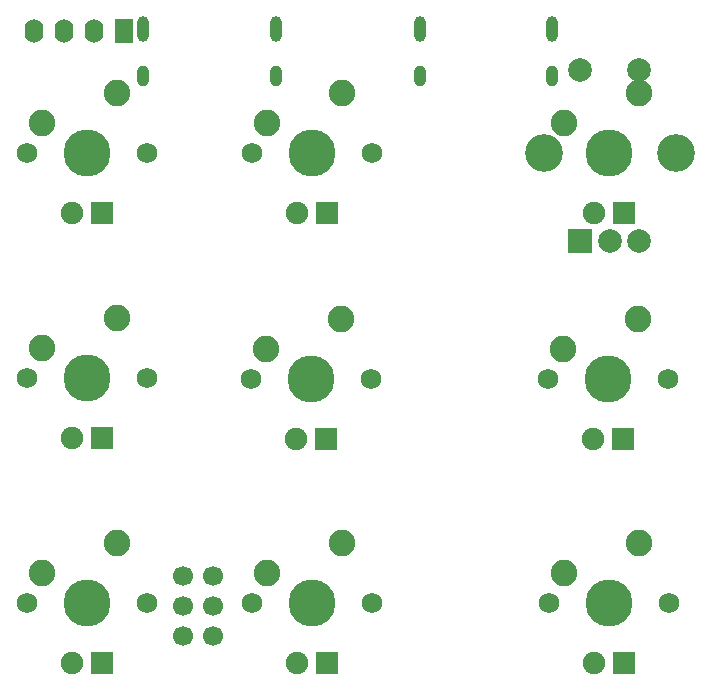
<source format=gbr>
%TF.GenerationSoftware,KiCad,Pcbnew,(5.99.0-10540-g55c1d814f9)*%
%TF.CreationDate,2021-05-28T07:36:21+02:00*%
%TF.ProjectId,1337-v3.0,31333337-2d76-4332-9e30-2e6b69636164,3.0*%
%TF.SameCoordinates,Original*%
%TF.FileFunction,Soldermask,Top*%
%TF.FilePolarity,Negative*%
%FSLAX46Y46*%
G04 Gerber Fmt 4.6, Leading zero omitted, Abs format (unit mm)*
G04 Created by KiCad (PCBNEW (5.99.0-10540-g55c1d814f9)) date 2021-05-28 07:36:21*
%MOMM*%
%LPD*%
G01*
G04 APERTURE LIST*
%ADD10C,1.750000*%
%ADD11C,3.987800*%
%ADD12C,2.250000*%
%ADD13C,1.905000*%
%ADD14R,1.905000X1.905000*%
%ADD15R,2.000000X2.000000*%
%ADD16C,2.000000*%
%ADD17C,3.200000*%
%ADD18O,1.000000X1.800000*%
%ADD19O,1.000000X2.200000*%
%ADD20R,1.600000X2.000000*%
%ADD21O,1.600000X2.000000*%
%ADD22C,1.700000*%
G04 APERTURE END LIST*
D10*
%TO.C,MX3*%
X168920000Y-81570000D03*
X179080000Y-81570000D03*
D11*
X174000000Y-81570000D03*
D12*
X170190000Y-79030000D03*
X176540000Y-76490000D03*
D13*
X172730000Y-86650000D03*
D14*
X175270000Y-86650000D03*
%TD*%
D10*
%TO.C,MX5*%
X143650000Y-100680000D03*
D11*
X148730000Y-100680000D03*
D10*
X153810000Y-100680000D03*
D12*
X144920000Y-98140000D03*
X151270000Y-95600000D03*
D13*
X147460000Y-105760000D03*
D14*
X150000000Y-105760000D03*
%TD*%
D11*
%TO.C,MX2*%
X148850000Y-81580000D03*
D10*
X153930000Y-81580000D03*
X143770000Y-81580000D03*
D12*
X145040000Y-79040000D03*
X151390000Y-76500000D03*
D13*
X147580000Y-86660000D03*
D14*
X150120000Y-86660000D03*
%TD*%
D10*
%TO.C,MX6*%
X178960000Y-100670000D03*
D11*
X173880000Y-100670000D03*
D10*
X168800000Y-100670000D03*
D12*
X170070000Y-98130000D03*
X176420000Y-95590000D03*
D13*
X172610000Y-105750000D03*
D14*
X175150000Y-105750000D03*
%TD*%
D11*
%TO.C,MX4*%
X129800000Y-100630000D03*
D10*
X124720000Y-100630000D03*
X134880000Y-100630000D03*
D12*
X125990000Y-98090000D03*
X132340000Y-95550000D03*
D13*
X128530000Y-105710000D03*
D14*
X131070000Y-105710000D03*
%TD*%
D10*
%TO.C,MX1*%
X134880000Y-81580000D03*
X124720000Y-81580000D03*
D11*
X129800000Y-81580000D03*
D12*
X125990000Y-79040000D03*
X132340000Y-76500000D03*
D13*
X128530000Y-86660000D03*
D14*
X131070000Y-86660000D03*
%TD*%
D10*
%TO.C,MX7*%
X124720000Y-119680000D03*
X134880000Y-119680000D03*
D11*
X129800000Y-119680000D03*
D12*
X125990000Y-117140000D03*
X132340000Y-114600000D03*
D13*
X128530000Y-124760000D03*
D14*
X131070000Y-124760000D03*
%TD*%
D10*
%TO.C,MX8*%
X153930000Y-119680000D03*
X143770000Y-119680000D03*
D11*
X148850000Y-119680000D03*
D12*
X145040000Y-117140000D03*
X151390000Y-114600000D03*
D13*
X147580000Y-124760000D03*
D14*
X150120000Y-124760000D03*
%TD*%
D11*
%TO.C,MX9*%
X174000000Y-119670000D03*
D10*
X168920000Y-119670000D03*
X179080000Y-119670000D03*
D12*
X170190000Y-117130000D03*
X176540000Y-114590000D03*
D13*
X172730000Y-124750000D03*
D14*
X175270000Y-124750000D03*
%TD*%
D15*
%TO.C,SW2*%
X171528000Y-89026000D03*
D16*
X176528000Y-89026000D03*
X174028000Y-89026000D03*
D17*
X179628000Y-81526000D03*
X168428000Y-81526000D03*
D16*
X176528000Y-74526000D03*
X171528000Y-74526000D03*
%TD*%
D18*
%TO.C,J1*%
X157942000Y-75061500D03*
D19*
X157942000Y-71061500D03*
X169182000Y-71061500D03*
D18*
X169182000Y-75061500D03*
%TD*%
%TO.C,J3*%
X145792000Y-75054000D03*
D19*
X134552000Y-71054000D03*
D18*
X134552000Y-75054000D03*
D19*
X145792000Y-71054000D03*
%TD*%
D20*
%TO.C,U5*%
X132906000Y-71188000D03*
D21*
X130366000Y-71188000D03*
X127826000Y-71188000D03*
X125286000Y-71188000D03*
%TD*%
D22*
%TO.C,J2*%
X140462000Y-117348000D03*
X137922000Y-117348000D03*
X140462000Y-119888000D03*
X137922000Y-119888000D03*
X140462000Y-122428000D03*
X137922000Y-122428000D03*
%TD*%
M02*

</source>
